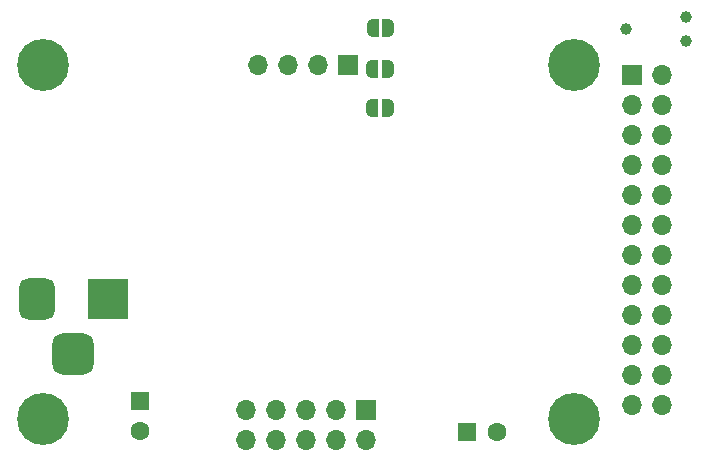
<source format=gbr>
%TF.GenerationSoftware,KiCad,Pcbnew,7.0.2-0*%
%TF.CreationDate,2024-01-05T15:47:56-05:00*%
%TF.ProjectId,WiringHarness,57697269-6e67-4486-9172-6e6573732e6b,rev?*%
%TF.SameCoordinates,Original*%
%TF.FileFunction,Soldermask,Bot*%
%TF.FilePolarity,Negative*%
%FSLAX46Y46*%
G04 Gerber Fmt 4.6, Leading zero omitted, Abs format (unit mm)*
G04 Created by KiCad (PCBNEW 7.0.2-0) date 2024-01-05 15:47:56*
%MOMM*%
%LPD*%
G01*
G04 APERTURE LIST*
G04 Aperture macros list*
%AMRoundRect*
0 Rectangle with rounded corners*
0 $1 Rounding radius*
0 $2 $3 $4 $5 $6 $7 $8 $9 X,Y pos of 4 corners*
0 Add a 4 corners polygon primitive as box body*
4,1,4,$2,$3,$4,$5,$6,$7,$8,$9,$2,$3,0*
0 Add four circle primitives for the rounded corners*
1,1,$1+$1,$2,$3*
1,1,$1+$1,$4,$5*
1,1,$1+$1,$6,$7*
1,1,$1+$1,$8,$9*
0 Add four rect primitives between the rounded corners*
20,1,$1+$1,$2,$3,$4,$5,0*
20,1,$1+$1,$4,$5,$6,$7,0*
20,1,$1+$1,$6,$7,$8,$9,0*
20,1,$1+$1,$8,$9,$2,$3,0*%
%AMFreePoly0*
4,1,19,0.500000,-0.750000,0.000000,-0.750000,0.000000,-0.744911,-0.071157,-0.744911,-0.207708,-0.704816,-0.327430,-0.627875,-0.420627,-0.520320,-0.479746,-0.390866,-0.500000,-0.250000,-0.500000,0.250000,-0.479746,0.390866,-0.420627,0.520320,-0.327430,0.627875,-0.207708,0.704816,-0.071157,0.744911,0.000000,0.744911,0.000000,0.750000,0.500000,0.750000,0.500000,-0.750000,0.500000,-0.750000,
$1*%
%AMFreePoly1*
4,1,19,0.000000,0.744911,0.071157,0.744911,0.207708,0.704816,0.327430,0.627875,0.420627,0.520320,0.479746,0.390866,0.500000,0.250000,0.500000,-0.250000,0.479746,-0.390866,0.420627,-0.520320,0.327430,-0.627875,0.207708,-0.704816,0.071157,-0.744911,0.000000,-0.744911,0.000000,-0.750000,-0.500000,-0.750000,-0.500000,0.750000,0.000000,0.750000,0.000000,0.744911,0.000000,0.744911,
$1*%
G04 Aperture macros list end*
%ADD10R,1.700000X1.700000*%
%ADD11O,1.700000X1.700000*%
%ADD12C,4.400000*%
%ADD13R,1.600000X1.600000*%
%ADD14C,1.600000*%
%ADD15C,0.990600*%
%ADD16R,3.500000X3.500000*%
%ADD17RoundRect,0.750000X-0.750000X-1.000000X0.750000X-1.000000X0.750000X1.000000X-0.750000X1.000000X0*%
%ADD18RoundRect,0.875000X-0.875000X-0.875000X0.875000X-0.875000X0.875000X0.875000X-0.875000X0.875000X0*%
%ADD19FreePoly0,0.000000*%
%ADD20FreePoly1,0.000000*%
G04 APERTURE END LIST*
D10*
%TO.C,J4*%
X159370000Y-110000000D03*
D11*
X159370000Y-112540000D03*
X156830000Y-110000000D03*
X156830000Y-112540000D03*
X154290000Y-110000000D03*
X154290000Y-112540000D03*
X151750000Y-110000000D03*
X151750000Y-112540000D03*
X149210000Y-110000000D03*
X149210000Y-112540000D03*
%TD*%
D10*
%TO.C,J5*%
X157800000Y-80750000D03*
D11*
X155260000Y-80750000D03*
X152720000Y-80750000D03*
X150180000Y-80750000D03*
%TD*%
D12*
%TO.C,H2*%
X177000000Y-110750000D03*
%TD*%
D10*
%TO.C,J7*%
X181864000Y-81661000D03*
D11*
X184404000Y-81661000D03*
X181864000Y-84201000D03*
X184404000Y-84201000D03*
X181864000Y-86741000D03*
X184404000Y-86741000D03*
X181864000Y-89281000D03*
X184404000Y-89281000D03*
X181864000Y-91821000D03*
X184404000Y-91821000D03*
X181864000Y-94361000D03*
X184404000Y-94361000D03*
X181864000Y-96901000D03*
X184404000Y-96901000D03*
X181864000Y-99441000D03*
X184404000Y-99441000D03*
X181864000Y-101981000D03*
X184404000Y-101981000D03*
X181864000Y-104521000D03*
X184404000Y-104521000D03*
X181864000Y-107061000D03*
X184404000Y-107061000D03*
X181864000Y-109601000D03*
X184404000Y-109601000D03*
%TD*%
D12*
%TO.C,H5*%
X132000000Y-80750000D03*
%TD*%
%TO.C,H3*%
X132000000Y-110750000D03*
%TD*%
D13*
%TO.C,C3*%
X167934000Y-111836200D03*
D14*
X170434000Y-111836200D03*
%TD*%
D15*
%TO.C,J3*%
X181356000Y-77724000D03*
X186436000Y-76708000D03*
X186436000Y-78740000D03*
%TD*%
D16*
%TO.C,J1*%
X137512000Y-100592500D03*
D17*
X131512000Y-100592500D03*
D18*
X134512000Y-105292500D03*
%TD*%
D13*
%TO.C,C10*%
X140200000Y-109250000D03*
D14*
X140200000Y-111750000D03*
%TD*%
D12*
%TO.C,H1*%
X177000000Y-80750000D03*
%TD*%
D19*
%TO.C,JP3*%
X159913800Y-77647800D03*
D20*
X161213800Y-77647800D03*
%TD*%
D19*
%TO.C,JP1*%
X159900000Y-81150000D03*
D20*
X161200000Y-81150000D03*
%TD*%
D19*
%TO.C,JP2*%
X159900000Y-84400000D03*
D20*
X161200000Y-84400000D03*
%TD*%
M02*

</source>
